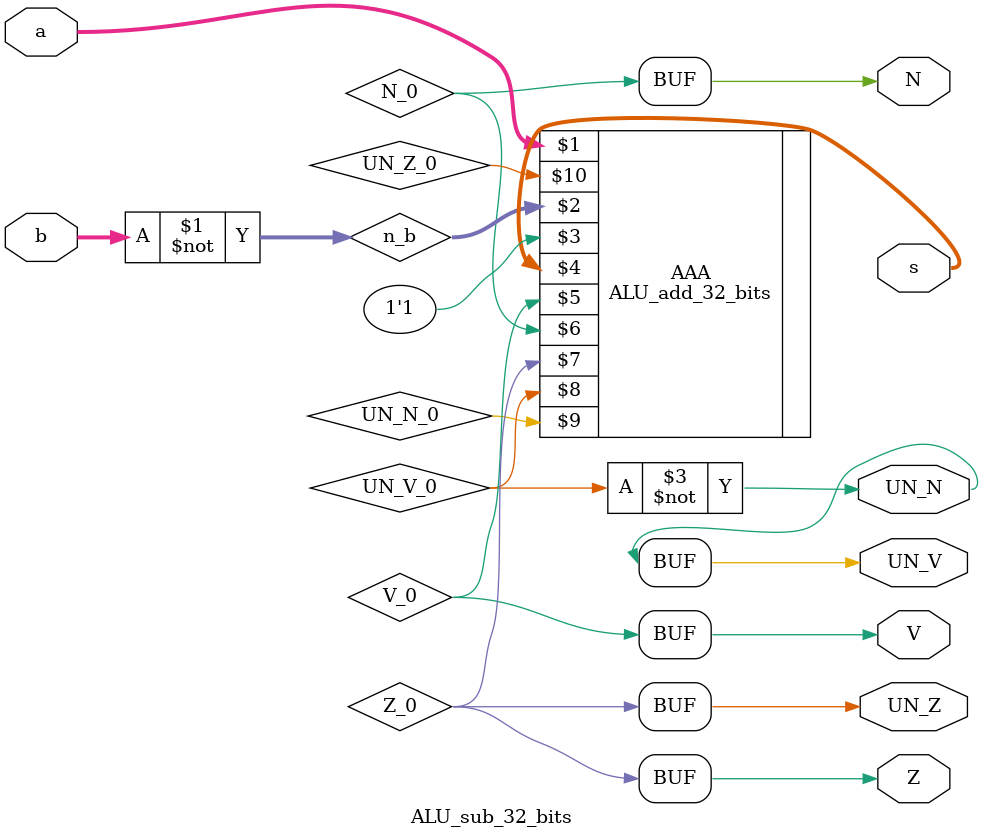
<source format=v>
module ALU_sub_32_bits(a,b,s,V,N,Z,UN_V,UN_N,UN_Z);
  
    input [31:0] a;
    input [31:0] b;

   output [31:0] s;
   output reg V;
   output reg N;
   output reg Z;
   output reg UN_V;
   output reg UN_N;
   output reg UN_Z;

     wire V_0,N_0,Z_0,UN_V_0,UN_N_0,UN_Z_0;
     wire [31:0] n_b;

   assign n_b=~b;

   ALU_add_32_bits AAA(a,n_b,1'b1,s,V_0,N_0,Z_0,UN_V_0,UN_N_0,UN_Z_0);
   
   always @(*)
     begin
          V=V_0;
          N=N_0;
          Z=Z_0;

       UN_V=~UN_V_0;
       UN_N=UN_V;
       UN_Z=Z;
     end
endmodule

</source>
